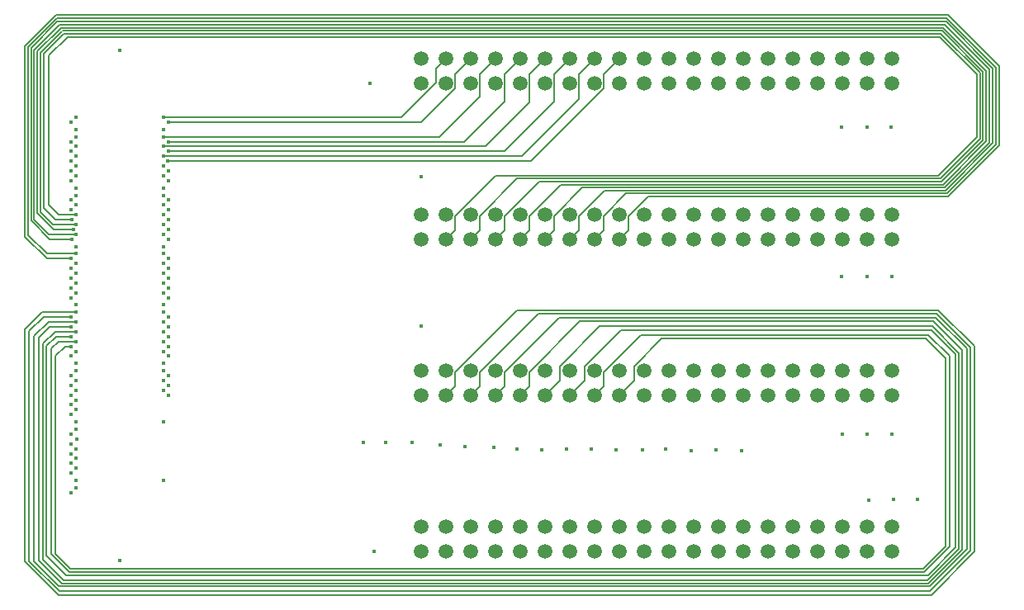
<source format=gbr>
%TF.GenerationSoftware,KiCad,Pcbnew,(5.1.5-0-10_14)*%
%TF.CreationDate,2020-01-28T13:49:23+01:00*%
%TF.ProjectId,multiblade_adapter,6d756c74-6962-46c6-9164-655f61646170,rev?*%
%TF.SameCoordinates,Original*%
%TF.FileFunction,Copper,L3,Inr*%
%TF.FilePolarity,Positive*%
%FSLAX46Y46*%
G04 Gerber Fmt 4.6, Leading zero omitted, Abs format (unit mm)*
G04 Created by KiCad (PCBNEW (5.1.5-0-10_14)) date 2020-01-28 13:49:23*
%MOMM*%
%LPD*%
G04 APERTURE LIST*
%ADD10C,1.500000*%
%ADD11C,0.400000*%
%ADD12C,0.150000*%
G04 APERTURE END LIST*
D10*
X109110000Y-107290000D03*
X109110000Y-104750000D03*
X106570000Y-107290000D03*
X106570000Y-104750000D03*
X104030000Y-107290000D03*
X104030000Y-104750000D03*
X101490000Y-107290000D03*
X101490000Y-104750000D03*
X98950000Y-107290000D03*
X98950000Y-104750000D03*
X96410000Y-107290000D03*
X96410000Y-104750000D03*
X93870000Y-107290000D03*
X93870000Y-104750000D03*
X91330000Y-107290000D03*
X91330000Y-104750000D03*
X88790000Y-107290000D03*
X88790000Y-104750000D03*
X86250000Y-107290000D03*
X86250000Y-104750000D03*
X83710000Y-107290000D03*
X83710000Y-104750000D03*
X81170000Y-107290000D03*
X81170000Y-104750000D03*
X78630000Y-107290000D03*
X78630000Y-104750000D03*
X76090000Y-107290000D03*
X76090000Y-104750000D03*
X73550000Y-107290000D03*
X73550000Y-104750000D03*
X71010000Y-107290000D03*
X71010000Y-104750000D03*
X68470000Y-107290000D03*
X68470000Y-104750000D03*
X65930000Y-107290000D03*
X65930000Y-104750000D03*
X63390000Y-107290000D03*
X63390000Y-104750000D03*
X60850000Y-107290000D03*
X60850000Y-104750000D03*
X109110000Y-123290000D03*
X109110000Y-120750000D03*
X106570000Y-123290000D03*
X106570000Y-120750000D03*
X104030000Y-123290000D03*
X104030000Y-120750000D03*
X101490000Y-123290000D03*
X101490000Y-120750000D03*
X98950000Y-123290000D03*
X98950000Y-120750000D03*
X96410000Y-123290000D03*
X96410000Y-120750000D03*
X93870000Y-123290000D03*
X93870000Y-120750000D03*
X91330000Y-123290000D03*
X91330000Y-120750000D03*
X88790000Y-123290000D03*
X88790000Y-120750000D03*
X86250000Y-123290000D03*
X86250000Y-120750000D03*
X83710000Y-123290000D03*
X83710000Y-120750000D03*
X81170000Y-123290000D03*
X81170000Y-120750000D03*
X78630000Y-123290000D03*
X78630000Y-120750000D03*
X76090000Y-123290000D03*
X76090000Y-120750000D03*
X73550000Y-123290000D03*
X73550000Y-120750000D03*
X71010000Y-123290000D03*
X71010000Y-120750000D03*
X68470000Y-123290000D03*
X68470000Y-120750000D03*
X65930000Y-123290000D03*
X65930000Y-120750000D03*
X63390000Y-123290000D03*
X63390000Y-120750000D03*
X60850000Y-123290000D03*
X60850000Y-120750000D03*
X109110000Y-139290000D03*
X109110000Y-136750000D03*
X106570000Y-139290000D03*
X106570000Y-136750000D03*
X104030000Y-139290000D03*
X104030000Y-136750000D03*
X101490000Y-139290000D03*
X101490000Y-136750000D03*
X98950000Y-139290000D03*
X98950000Y-136750000D03*
X96410000Y-139290000D03*
X96410000Y-136750000D03*
X93870000Y-139290000D03*
X93870000Y-136750000D03*
X91330000Y-139290000D03*
X91330000Y-136750000D03*
X88790000Y-139290000D03*
X88790000Y-136750000D03*
X86250000Y-139290000D03*
X86250000Y-136750000D03*
X83710000Y-139290000D03*
X83710000Y-136750000D03*
X81170000Y-139290000D03*
X81170000Y-136750000D03*
X78630000Y-139290000D03*
X78630000Y-136750000D03*
X76090000Y-139290000D03*
X76090000Y-136750000D03*
X73550000Y-139290000D03*
X73550000Y-136750000D03*
X71010000Y-139290000D03*
X71010000Y-136750000D03*
X68470000Y-139290000D03*
X68470000Y-136750000D03*
X65930000Y-139290000D03*
X65930000Y-136750000D03*
X63390000Y-139290000D03*
X63390000Y-136750000D03*
X60850000Y-139290000D03*
X60850000Y-136750000D03*
X109110000Y-155290000D03*
X109110000Y-152750000D03*
X106570000Y-155290000D03*
X106570000Y-152750000D03*
X104030000Y-155290000D03*
X104030000Y-152750000D03*
X101490000Y-155290000D03*
X101490000Y-152750000D03*
X98950000Y-155290000D03*
X98950000Y-152750000D03*
X96410000Y-155290000D03*
X96410000Y-152750000D03*
X93870000Y-155290000D03*
X93870000Y-152750000D03*
X91330000Y-155290000D03*
X91330000Y-152750000D03*
X88790000Y-155290000D03*
X88790000Y-152750000D03*
X86250000Y-155290000D03*
X86250000Y-152750000D03*
X83710000Y-155290000D03*
X83710000Y-152750000D03*
X81170000Y-155290000D03*
X81170000Y-152750000D03*
X78630000Y-155290000D03*
X78630000Y-152750000D03*
X76090000Y-155290000D03*
X76090000Y-152750000D03*
X73550000Y-155290000D03*
X73550000Y-152750000D03*
X71010000Y-155290000D03*
X71010000Y-152750000D03*
X68470000Y-155290000D03*
X68470000Y-152750000D03*
X65930000Y-155290000D03*
X65930000Y-152750000D03*
X63390000Y-155290000D03*
X63390000Y-152750000D03*
X60850000Y-155290000D03*
X60850000Y-152750000D03*
D11*
X25500000Y-148000000D03*
X25500000Y-142000000D03*
X25500000Y-136000000D03*
X25500000Y-124000000D03*
X25500000Y-130000000D03*
X25500000Y-112000000D03*
X25500000Y-118000000D03*
X34500000Y-112000000D03*
X34500000Y-118000000D03*
X34500000Y-124000000D03*
X34500000Y-130000000D03*
X34500000Y-136000000D03*
X34500000Y-148000000D03*
X104013000Y-111760000D03*
X55626000Y-107315000D03*
X60850000Y-116823000D03*
X60850000Y-132190000D03*
X56038000Y-155290000D03*
X104030000Y-143273000D03*
X30000000Y-156182000D03*
X29972000Y-103886000D03*
X34500000Y-142000000D03*
X106736500Y-150043500D03*
X109333000Y-149987000D03*
X111760000Y-149987000D03*
X106570000Y-143239000D03*
X109110000Y-143239000D03*
X104013000Y-127127000D03*
X106570000Y-127110000D03*
X109110000Y-127110000D03*
X106570000Y-111743000D03*
X109093000Y-111760000D03*
X25000000Y-120250000D03*
X35000000Y-120250000D03*
X25500000Y-119750000D03*
X34500000Y-119750000D03*
X25000000Y-119250000D03*
X35000000Y-119250000D03*
X25522000Y-118750000D03*
X34500000Y-118750000D03*
X25000000Y-117250000D03*
X35000000Y-117250000D03*
X25500000Y-116750000D03*
X34500000Y-116750000D03*
X25000000Y-116250000D03*
X35000000Y-116250000D03*
X25500000Y-115750000D03*
X34500000Y-115750000D03*
X25000000Y-115250000D03*
X34864000Y-115250000D03*
X25500000Y-114750000D03*
X34500000Y-114750000D03*
X25000000Y-114250000D03*
X35000000Y-114250000D03*
X25500000Y-113750000D03*
X34500000Y-113750000D03*
X25000000Y-113250000D03*
X35000000Y-113250000D03*
X25527000Y-112750000D03*
X34500000Y-112750000D03*
X25000000Y-111250000D03*
X35000000Y-111250000D03*
X25527000Y-110750000D03*
X34500000Y-110750000D03*
X34500000Y-120750000D03*
X25500000Y-120750000D03*
X35000000Y-121250000D03*
X25054000Y-121250000D03*
X34460000Y-121750000D03*
X25500000Y-121750000D03*
X35000000Y-122250000D03*
X25197000Y-122250000D03*
X34500000Y-122750000D03*
X25500000Y-122750000D03*
X35000000Y-123250000D03*
X25086000Y-123250000D03*
X34500000Y-124750000D03*
X25500000Y-124750000D03*
X35000000Y-125250000D03*
X25000000Y-125250000D03*
X34500000Y-125750000D03*
X25500000Y-125750000D03*
X35000000Y-126250000D03*
X25007000Y-126250000D03*
X34500000Y-126750000D03*
X25500000Y-126750000D03*
X35000000Y-127250000D03*
X25000000Y-127250000D03*
X34500000Y-127750000D03*
X25500000Y-127750000D03*
X35000000Y-128250000D03*
X25000000Y-128250000D03*
X34500000Y-128750000D03*
X25500000Y-128750000D03*
X35000000Y-129250000D03*
X25000000Y-129250000D03*
X25000000Y-139250000D03*
X35000000Y-139250000D03*
X25500000Y-138750000D03*
X34500000Y-138750000D03*
X25000000Y-138250000D03*
X35000000Y-138250000D03*
X25500000Y-137750000D03*
X34500000Y-137750000D03*
X25000000Y-137250000D03*
X35000000Y-137250000D03*
X25500000Y-136750000D03*
X34500000Y-136750000D03*
X25000000Y-135250000D03*
X35000000Y-135250000D03*
X25500000Y-134750000D03*
X34500000Y-134750000D03*
X25008000Y-134250000D03*
X35000000Y-134250000D03*
X25508000Y-133750000D03*
X34500000Y-133750000D03*
X25000000Y-133250000D03*
X35000000Y-133250000D03*
X25500000Y-132750000D03*
X34500000Y-132750000D03*
X25000000Y-132250000D03*
X35000000Y-132250000D03*
X25500000Y-131750000D03*
X34500000Y-131750000D03*
X25000000Y-131250000D03*
X35000000Y-131250000D03*
X25500000Y-130750000D03*
X34500000Y-130750000D03*
X54991000Y-144145000D03*
X25500000Y-139750000D03*
X57277000Y-144145000D03*
X25000000Y-140250000D03*
X59944000Y-144145000D03*
X25500000Y-140750000D03*
X62865000Y-144399000D03*
X25000000Y-141250000D03*
X65405000Y-144526000D03*
X25525000Y-142750000D03*
X68326000Y-144653000D03*
X25000000Y-143250000D03*
X70660000Y-144780000D03*
X25541000Y-143750000D03*
X73279000Y-144907000D03*
X25000000Y-144250000D03*
X75779500Y-144819500D03*
X25500000Y-144750000D03*
X78359000Y-144780000D03*
X25000000Y-145250000D03*
X80899000Y-144859000D03*
X25500000Y-145750000D03*
X83566000Y-144907000D03*
X25000000Y-146250000D03*
X85900000Y-144780000D03*
X25500000Y-146750000D03*
X88606500Y-144946500D03*
X25000000Y-147250000D03*
X91107000Y-144907000D03*
X25500000Y-148750000D03*
X93726000Y-144986000D03*
X25000000Y-149250000D03*
D12*
X72113002Y-115250000D02*
X35146842Y-115250000D01*
X79605001Y-106314999D02*
X79605001Y-107758001D01*
X35146842Y-115250000D02*
X34864000Y-115250000D01*
X79605001Y-107758001D02*
X72113002Y-115250000D01*
X81170000Y-104750000D02*
X79605001Y-106314999D01*
X77065001Y-106314999D02*
X77065001Y-108862999D01*
X78630000Y-104750000D02*
X77065001Y-106314999D01*
X71178000Y-114750000D02*
X34500000Y-114750000D01*
X77065001Y-108862999D02*
X71178000Y-114750000D01*
X74525001Y-106314999D02*
X74525001Y-109116999D01*
X76090000Y-104750000D02*
X74525001Y-106314999D01*
X69392000Y-114250000D02*
X35000000Y-114250000D01*
X74525001Y-109116999D02*
X69392000Y-114250000D01*
X71985001Y-106314999D02*
X71985001Y-109243999D01*
X73550000Y-104750000D02*
X71985001Y-106314999D01*
X67479000Y-113750000D02*
X34500000Y-113750000D01*
X71985001Y-109243999D02*
X67479000Y-113750000D01*
X69445001Y-106314999D02*
X69445001Y-109116999D01*
X71010000Y-104750000D02*
X69445001Y-106314999D01*
X65312000Y-113250000D02*
X35000000Y-113250000D01*
X69445001Y-109116999D02*
X65312000Y-113250000D01*
X66905001Y-106314999D02*
X66905001Y-108608999D01*
X68470000Y-104750000D02*
X66905001Y-106314999D01*
X62764000Y-112750000D02*
X34500000Y-112750000D01*
X66905001Y-108608999D02*
X62764000Y-112750000D01*
X35282842Y-111250000D02*
X35000000Y-111250000D01*
X60873002Y-111250000D02*
X35282842Y-111250000D01*
X64365001Y-107758001D02*
X60873002Y-111250000D01*
X64365001Y-106314999D02*
X64365001Y-107758001D01*
X65930000Y-104750000D02*
X64365001Y-106314999D01*
X34782842Y-110750000D02*
X34500000Y-110750000D01*
X58833002Y-110750000D02*
X34782842Y-110750000D01*
X62414999Y-105725001D02*
X62414999Y-107168003D01*
X62414999Y-107168003D02*
X58833002Y-110750000D01*
X63390000Y-104750000D02*
X62414999Y-105725001D01*
X64365001Y-120871997D02*
X68489018Y-116747980D01*
X64365001Y-122314999D02*
X64365001Y-120871997D01*
X63390000Y-123290000D02*
X64365001Y-122314999D01*
X68489018Y-116747980D02*
X70604740Y-116747980D01*
X70604740Y-116747980D02*
X71789980Y-116747980D01*
X23722000Y-120750000D02*
X25500000Y-120750000D01*
X22733000Y-104394000D02*
X22733000Y-119761000D01*
X114034971Y-102500029D02*
X24626971Y-102500029D01*
X117856000Y-112776000D02*
X117856000Y-106301834D01*
X24626971Y-102500029D02*
X22733000Y-104394000D01*
X113884020Y-116747980D02*
X117856000Y-112776000D01*
X22733000Y-119761000D02*
X23722000Y-120750000D01*
X114044583Y-102490417D02*
X114034971Y-102500029D01*
X117856000Y-106301834D02*
X114044583Y-102490417D01*
X71789980Y-116747980D02*
X113884020Y-116747980D01*
X66905001Y-120871997D02*
X70729008Y-117047990D01*
X66905001Y-122314999D02*
X66905001Y-120871997D01*
X65930000Y-123290000D02*
X66905001Y-122314999D01*
X70729008Y-117047990D02*
X72817010Y-117047990D01*
X23333000Y-121250000D02*
X25054000Y-121250000D01*
X86100537Y-102200019D02*
X24208259Y-102200019D01*
X86124907Y-102175649D02*
X86100537Y-102200019D01*
X114154093Y-102175649D02*
X86124907Y-102175649D01*
X118190990Y-106212546D02*
X114154093Y-102175649D01*
X118190990Y-112949010D02*
X118190990Y-106212546D01*
X22144010Y-120061010D02*
X23333000Y-121250000D01*
X22144010Y-104264268D02*
X22144010Y-120061010D01*
X24208259Y-102200019D02*
X22144010Y-104264268D01*
X114092010Y-117047990D02*
X118190990Y-112949010D01*
X72817010Y-117047990D02*
X114092010Y-117047990D01*
X69445001Y-122314999D02*
X69445001Y-120927999D01*
X68470000Y-123290000D02*
X69445001Y-122314999D01*
X69445001Y-120927999D02*
X73025000Y-117348000D01*
X23114278Y-121750000D02*
X25500000Y-121750000D01*
X21844000Y-120479722D02*
X23114278Y-121750000D01*
X24083991Y-101900009D02*
X21844000Y-104140000D01*
X21844000Y-104140000D02*
X21844000Y-120479722D01*
X118491000Y-113113722D02*
X118491000Y-106088278D01*
X114278361Y-101875639D02*
X24108361Y-101875639D01*
X118491000Y-106088278D02*
X114278361Y-101875639D01*
X114256722Y-117348000D02*
X118491000Y-113113722D01*
X73025000Y-117348000D02*
X114256722Y-117348000D01*
X23190000Y-122250000D02*
X25197000Y-122250000D01*
X21509010Y-120569010D02*
X23190000Y-122250000D01*
X21509010Y-104010268D02*
X21509010Y-120569010D01*
X23954258Y-101565020D02*
X21509010Y-104010268D01*
X46516980Y-101565020D02*
X23954258Y-101565020D01*
X118825990Y-113203010D02*
X114357040Y-117671960D01*
X71985001Y-120871997D02*
X71985001Y-122314999D01*
X75185038Y-117671960D02*
X71985001Y-120871997D01*
X114357040Y-117671960D02*
X75185038Y-117671960D01*
X118825990Y-105998990D02*
X118825990Y-113203010D01*
X114392020Y-101565020D02*
X118825990Y-105998990D01*
X71985001Y-122314999D02*
X71010000Y-123290000D01*
X46516980Y-101565020D02*
X114392020Y-101565020D01*
X74525001Y-120871997D02*
X77425028Y-117971970D01*
X74525001Y-122314999D02*
X74525001Y-120871997D01*
X73550000Y-123290000D02*
X74525001Y-122314999D01*
X77425028Y-117971970D02*
X114521752Y-117971970D01*
X119126000Y-113367722D02*
X119126000Y-105793834D01*
X114521752Y-117971970D02*
X119126000Y-113367722D01*
X119126000Y-105793834D02*
X114597176Y-101265010D01*
X23829990Y-101265010D02*
X21209000Y-103886000D01*
X114597176Y-101265010D02*
X23829990Y-101265010D01*
X21209000Y-103886000D02*
X21209000Y-121241722D01*
X22717278Y-122750000D02*
X25500000Y-122750000D01*
X21209000Y-121241722D02*
X22717278Y-122750000D01*
X77065001Y-122314999D02*
X76090000Y-123290000D01*
X25086000Y-123250000D02*
X22793000Y-123250000D01*
X79665018Y-118271980D02*
X77065001Y-120871997D01*
X119507000Y-113411000D02*
X114646020Y-118271980D01*
X114646020Y-118271980D02*
X79665018Y-118271980D01*
X23581556Y-100965000D02*
X114721444Y-100965000D01*
X119507000Y-105750556D02*
X119507000Y-113411000D01*
X114721444Y-100965000D02*
X119507000Y-105750556D01*
X77065001Y-120871997D02*
X77065001Y-122314999D01*
X20875030Y-121332030D02*
X20875030Y-103671526D01*
X22793000Y-123250000D02*
X20875030Y-121332030D01*
X20875030Y-103671526D02*
X23581556Y-100965000D01*
X20575020Y-122810020D02*
X22515000Y-124750000D01*
X23547258Y-100575020D02*
X20575020Y-103547258D01*
X119841990Y-113540732D02*
X119841990Y-105661268D01*
X79605001Y-122314999D02*
X79605001Y-120871997D01*
X78630000Y-123290000D02*
X79605001Y-122314999D01*
X81905008Y-118571990D02*
X114810732Y-118571990D01*
X114755742Y-100575020D02*
X23547258Y-100575020D01*
X114810732Y-118571990D02*
X119841990Y-113540732D01*
X20575020Y-103547258D02*
X20575020Y-122810020D01*
X22515000Y-124750000D02*
X25500000Y-124750000D01*
X79605001Y-120871997D02*
X81905008Y-118571990D01*
X119841990Y-105661268D02*
X114755742Y-100575020D01*
X23422990Y-100275010D02*
X20275010Y-103422990D01*
X20275010Y-123018010D02*
X22507000Y-125250000D01*
X20275010Y-103422990D02*
X20275010Y-123018010D01*
X82145001Y-120871997D02*
X84144998Y-118872000D01*
X82145001Y-122314999D02*
X82145001Y-120871997D01*
X22507000Y-125250000D02*
X25000000Y-125250000D01*
X81170000Y-123290000D02*
X82145001Y-122314999D01*
X120142000Y-113665000D02*
X120142000Y-105537000D01*
X114880010Y-100275010D02*
X23422990Y-100275010D01*
X120142000Y-105537000D02*
X114880010Y-100275010D01*
X114935000Y-118872000D02*
X84144998Y-118872000D01*
X120142000Y-113665000D02*
X114935000Y-118872000D01*
X24373000Y-134250000D02*
X25008000Y-134250000D01*
X23368000Y-155531722D02*
X23368000Y-135255000D01*
X112351722Y-157099000D02*
X24935278Y-157099000D01*
X114681000Y-154769722D02*
X112351722Y-157099000D01*
X24935278Y-157099000D02*
X23368000Y-155531722D01*
X114681000Y-135509000D02*
X114681000Y-154769722D01*
X23368000Y-135255000D02*
X24373000Y-134250000D01*
X81170000Y-139290000D02*
X82734999Y-137725001D01*
X112649000Y-133477000D02*
X114681000Y-135509000D01*
X85539998Y-133477000D02*
X112649000Y-133477000D01*
X82734999Y-136281999D02*
X85539998Y-133477000D01*
X82734999Y-137725001D02*
X82734999Y-136281999D01*
X22987000Y-134493000D02*
X23730000Y-133750000D01*
X23730000Y-133750000D02*
X25508000Y-133750000D01*
X112441010Y-157433990D02*
X24845990Y-157433990D01*
X115062000Y-135255000D02*
X115062000Y-154813000D01*
X79605001Y-136871997D02*
X83380998Y-133096000D01*
X24845990Y-157433990D02*
X22987000Y-155575000D01*
X79605001Y-138314999D02*
X79605001Y-136871997D01*
X112903000Y-133096000D02*
X115062000Y-135255000D01*
X78630000Y-139290000D02*
X79605001Y-138314999D01*
X22987000Y-155575000D02*
X22987000Y-134493000D01*
X115062000Y-154813000D02*
X112441010Y-157433990D01*
X83380998Y-133096000D02*
X112903000Y-133096000D01*
X22479000Y-155702000D02*
X22479000Y-134239000D01*
X23468000Y-133250000D02*
X25000000Y-133250000D01*
X81348998Y-132588000D02*
X113240722Y-132588000D01*
X115697000Y-135044278D02*
X115697000Y-154896722D01*
X112859722Y-157734000D02*
X24511000Y-157734000D01*
X115697000Y-154896722D02*
X112859722Y-157734000D01*
X113240722Y-132588000D02*
X115697000Y-135044278D01*
X22479000Y-134239000D02*
X23468000Y-133250000D01*
X24511000Y-157734000D02*
X22479000Y-155702000D01*
X76090000Y-139290000D02*
X77654999Y-137725001D01*
X77654999Y-137725001D02*
X77654999Y-136281999D01*
X77654999Y-136281999D02*
X81348998Y-132588000D01*
X75114999Y-136281999D02*
X79189998Y-132207000D01*
X75114999Y-137725001D02*
X75114999Y-136281999D01*
X73550000Y-139290000D02*
X75114999Y-137725001D01*
X79189998Y-132207000D02*
X113284000Y-132207000D01*
X113284000Y-132207000D02*
X116031990Y-134954990D01*
X116031990Y-154986010D02*
X112741020Y-158276980D01*
X116031990Y-134954990D02*
X116031990Y-154986010D01*
X112741020Y-158276980D02*
X24208258Y-158276980D01*
X24208258Y-158276980D02*
X22098000Y-156166722D01*
X22098000Y-156166722D02*
X22098000Y-133985000D01*
X23333000Y-132750000D02*
X25500000Y-132750000D01*
X22098000Y-133985000D02*
X23333000Y-132750000D01*
X22903000Y-132250000D02*
X25000000Y-132250000D01*
X22860000Y-132207000D02*
X22903000Y-132250000D01*
X24083990Y-158576990D02*
X21717000Y-156210000D01*
X116332000Y-155150722D02*
X112905732Y-158576990D01*
X113411000Y-131699000D02*
X116332000Y-134620000D01*
X112905732Y-158576990D02*
X24083990Y-158576990D01*
X116332000Y-134620000D02*
X116332000Y-155150722D01*
X21717000Y-133350000D02*
X22860000Y-132207000D01*
X71985001Y-138314999D02*
X71985001Y-136871997D01*
X71985001Y-136871997D02*
X77157998Y-131699000D01*
X77157998Y-131699000D02*
X113411000Y-131699000D01*
X21717000Y-156210000D02*
X21717000Y-133350000D01*
X71010000Y-139290000D02*
X71985001Y-138314999D01*
X21209000Y-133223000D02*
X22682000Y-131750000D01*
X116840000Y-134493000D02*
X116840000Y-155067000D01*
X68470000Y-139290000D02*
X69445001Y-138314999D01*
X113030000Y-158877000D02*
X23749000Y-158877000D01*
X69445001Y-138314999D02*
X69445001Y-136871997D01*
X116840000Y-155067000D02*
X113030000Y-158877000D01*
X74998998Y-131318000D02*
X113665000Y-131318000D01*
X22682000Y-131750000D02*
X25500000Y-131750000D01*
X113665000Y-131318000D02*
X116840000Y-134493000D01*
X21209000Y-156337000D02*
X21209000Y-133223000D01*
X23749000Y-158877000D02*
X21209000Y-156337000D01*
X69445001Y-136871997D02*
X74998998Y-131318000D01*
X22166000Y-131250000D02*
X25000000Y-131250000D01*
X117221000Y-134366000D02*
X117221000Y-155194000D01*
X20701000Y-156293722D02*
X20701000Y-132715000D01*
X23792278Y-159385000D02*
X20701000Y-156293722D01*
X113030000Y-159385000D02*
X23792278Y-159385000D01*
X117221000Y-155194000D02*
X113030000Y-159385000D01*
X113711010Y-130856010D02*
X117221000Y-134366000D01*
X65930000Y-139290000D02*
X66905001Y-138314999D01*
X66905001Y-136871997D02*
X72920988Y-130856010D01*
X20701000Y-132715000D02*
X22166000Y-131250000D01*
X66905001Y-138314999D02*
X66905001Y-136871997D01*
X72920988Y-130856010D02*
X113711010Y-130856010D01*
X64365001Y-136871997D02*
X70680998Y-130556000D01*
X64365001Y-138314999D02*
X64365001Y-136871997D01*
X63390000Y-139290000D02*
X64365001Y-138314999D01*
X70680998Y-130556000D02*
X113919000Y-130556000D01*
X113919000Y-130556000D02*
X117602000Y-134239000D01*
X117602000Y-155321000D02*
X113198010Y-159724990D01*
X117602000Y-134239000D02*
X117602000Y-155321000D01*
X23707990Y-159724990D02*
X20275010Y-156292010D01*
X113198010Y-159724990D02*
X23707990Y-159724990D01*
X20275010Y-156292010D02*
X20275010Y-132505990D01*
X22031000Y-130750000D02*
X25500000Y-130750000D01*
X20275010Y-132505990D02*
X22031000Y-130750000D01*
M02*

</source>
